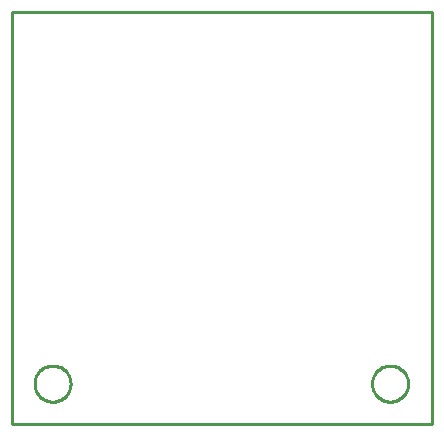
<source format=gko>
G04 EAGLE Gerber RS-274X export*
G75*
%MOMM*%
%FSLAX34Y34*%
%LPD*%
%IN*%
%IPPOS*%
%AMOC8*
5,1,8,0,0,1.08239X$1,22.5*%
G01*
%ADD10C,0.254000*%


D10*
X0Y0D02*
X355600Y0D01*
X355600Y349250D01*
X0Y349250D01*
X0Y0D01*
X49530Y33746D02*
X49452Y32660D01*
X49297Y31582D01*
X49066Y30519D01*
X48759Y29474D01*
X48379Y28454D01*
X47927Y27464D01*
X47405Y26509D01*
X46816Y25593D01*
X46164Y24721D01*
X45451Y23899D01*
X44681Y23129D01*
X43859Y22416D01*
X42987Y21764D01*
X42071Y21175D01*
X41116Y20653D01*
X40126Y20201D01*
X39106Y19821D01*
X38061Y19514D01*
X36998Y19283D01*
X35920Y19128D01*
X34834Y19050D01*
X33746Y19050D01*
X32660Y19128D01*
X31582Y19283D01*
X30519Y19514D01*
X29474Y19821D01*
X28454Y20201D01*
X27464Y20653D01*
X26509Y21175D01*
X25593Y21764D01*
X24721Y22416D01*
X23899Y23129D01*
X23129Y23899D01*
X22416Y24721D01*
X21764Y25593D01*
X21175Y26509D01*
X20653Y27464D01*
X20201Y28454D01*
X19821Y29474D01*
X19514Y30519D01*
X19283Y31582D01*
X19128Y32660D01*
X19050Y33746D01*
X19050Y34834D01*
X19128Y35920D01*
X19283Y36998D01*
X19514Y38061D01*
X19821Y39106D01*
X20201Y40126D01*
X20653Y41116D01*
X21175Y42071D01*
X21764Y42987D01*
X22416Y43859D01*
X23129Y44681D01*
X23899Y45451D01*
X24721Y46164D01*
X25593Y46816D01*
X26509Y47405D01*
X27464Y47927D01*
X28454Y48379D01*
X29474Y48759D01*
X30519Y49066D01*
X31582Y49297D01*
X32660Y49452D01*
X33746Y49530D01*
X34834Y49530D01*
X35920Y49452D01*
X36998Y49297D01*
X38061Y49066D01*
X39106Y48759D01*
X40126Y48379D01*
X41116Y47927D01*
X42071Y47405D01*
X42987Y46816D01*
X43859Y46164D01*
X44681Y45451D01*
X45451Y44681D01*
X46164Y43859D01*
X46816Y42987D01*
X47405Y42071D01*
X47927Y41116D01*
X48379Y40126D01*
X48759Y39106D01*
X49066Y38061D01*
X49297Y36998D01*
X49452Y35920D01*
X49530Y34834D01*
X49530Y33746D01*
X335280Y33746D02*
X335202Y32660D01*
X335047Y31582D01*
X334816Y30519D01*
X334509Y29474D01*
X334129Y28454D01*
X333677Y27464D01*
X333155Y26509D01*
X332566Y25593D01*
X331914Y24721D01*
X331201Y23899D01*
X330431Y23129D01*
X329609Y22416D01*
X328737Y21764D01*
X327821Y21175D01*
X326866Y20653D01*
X325876Y20201D01*
X324856Y19821D01*
X323811Y19514D01*
X322748Y19283D01*
X321670Y19128D01*
X320584Y19050D01*
X319496Y19050D01*
X318410Y19128D01*
X317332Y19283D01*
X316269Y19514D01*
X315224Y19821D01*
X314204Y20201D01*
X313214Y20653D01*
X312259Y21175D01*
X311343Y21764D01*
X310471Y22416D01*
X309649Y23129D01*
X308879Y23899D01*
X308166Y24721D01*
X307514Y25593D01*
X306925Y26509D01*
X306403Y27464D01*
X305951Y28454D01*
X305571Y29474D01*
X305264Y30519D01*
X305033Y31582D01*
X304878Y32660D01*
X304800Y33746D01*
X304800Y34834D01*
X304878Y35920D01*
X305033Y36998D01*
X305264Y38061D01*
X305571Y39106D01*
X305951Y40126D01*
X306403Y41116D01*
X306925Y42071D01*
X307514Y42987D01*
X308166Y43859D01*
X308879Y44681D01*
X309649Y45451D01*
X310471Y46164D01*
X311343Y46816D01*
X312259Y47405D01*
X313214Y47927D01*
X314204Y48379D01*
X315224Y48759D01*
X316269Y49066D01*
X317332Y49297D01*
X318410Y49452D01*
X319496Y49530D01*
X320584Y49530D01*
X321670Y49452D01*
X322748Y49297D01*
X323811Y49066D01*
X324856Y48759D01*
X325876Y48379D01*
X326866Y47927D01*
X327821Y47405D01*
X328737Y46816D01*
X329609Y46164D01*
X330431Y45451D01*
X331201Y44681D01*
X331914Y43859D01*
X332566Y42987D01*
X333155Y42071D01*
X333677Y41116D01*
X334129Y40126D01*
X334509Y39106D01*
X334816Y38061D01*
X335047Y36998D01*
X335202Y35920D01*
X335280Y34834D01*
X335280Y33746D01*
M02*

</source>
